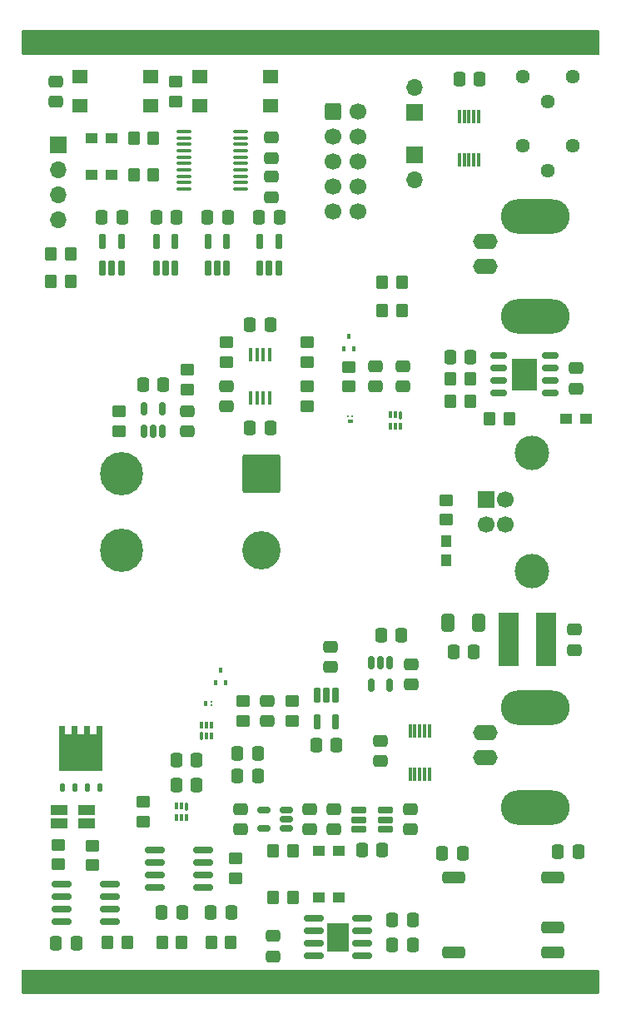
<source format=gbr>
%TF.GenerationSoftware,KiCad,Pcbnew,8.0.0*%
%TF.CreationDate,2024-10-10T18:55:31+02:00*%
%TF.ProjectId,Profiler energetyczny urz_dze_ IoT,50726f66-696c-4657-9220-656e65726765,rev?*%
%TF.SameCoordinates,Original*%
%TF.FileFunction,Soldermask,Top*%
%TF.FilePolarity,Negative*%
%FSLAX46Y46*%
G04 Gerber Fmt 4.6, Leading zero omitted, Abs format (unit mm)*
G04 Created by KiCad (PCBNEW 8.0.0) date 2024-10-10 18:55:31*
%MOMM*%
%LPD*%
G01*
G04 APERTURE LIST*
G04 Aperture macros list*
%AMRoundRect*
0 Rectangle with rounded corners*
0 $1 Rounding radius*
0 $2 $3 $4 $5 $6 $7 $8 $9 X,Y pos of 4 corners*
0 Add a 4 corners polygon primitive as box body*
4,1,4,$2,$3,$4,$5,$6,$7,$8,$9,$2,$3,0*
0 Add four circle primitives for the rounded corners*
1,1,$1+$1,$2,$3*
1,1,$1+$1,$4,$5*
1,1,$1+$1,$6,$7*
1,1,$1+$1,$8,$9*
0 Add four rect primitives between the rounded corners*
20,1,$1+$1,$2,$3,$4,$5,0*
20,1,$1+$1,$4,$5,$6,$7,0*
20,1,$1+$1,$6,$7,$8,$9,0*
20,1,$1+$1,$8,$9,$2,$3,0*%
%AMFreePoly0*
4,1,17,2.675000,1.605000,1.875000,1.605000,1.875000,0.935000,2.675000,0.935000,2.675000,0.335000,1.875000,0.335000,1.875000,-0.335000,2.675000,-0.335000,2.675000,-0.935000,1.875000,-0.935000,1.875000,-1.605000,2.675000,-1.605000,2.675000,-2.205000,-1.875000,-2.205000,-1.875000,2.205000,2.675000,2.205000,2.675000,1.605000,2.675000,1.605000,$1*%
G04 Aperture macros list end*
%ADD10RoundRect,0.250000X-0.337500X-0.475000X0.337500X-0.475000X0.337500X0.475000X-0.337500X0.475000X0*%
%ADD11RoundRect,0.250000X-0.350000X-0.450000X0.350000X-0.450000X0.350000X0.450000X-0.350000X0.450000X0*%
%ADD12RoundRect,0.070000X0.070000X0.355000X-0.070000X0.355000X-0.070000X-0.355000X0.070000X-0.355000X0*%
%ADD13RoundRect,0.070000X0.070000X0.305000X-0.070000X0.305000X-0.070000X-0.305000X0.070000X-0.305000X0*%
%ADD14RoundRect,0.150000X-0.662500X-0.150000X0.662500X-0.150000X0.662500X0.150000X-0.662500X0.150000X0*%
%ADD15R,2.514000X3.200000*%
%ADD16RoundRect,0.250000X0.337500X0.475000X-0.337500X0.475000X-0.337500X-0.475000X0.337500X-0.475000X0*%
%ADD17RoundRect,0.250000X0.475000X-0.337500X0.475000X0.337500X-0.475000X0.337500X-0.475000X-0.337500X0*%
%ADD18RoundRect,0.250000X-0.600000X-0.600000X0.600000X-0.600000X0.600000X0.600000X-0.600000X0.600000X0*%
%ADD19C,1.700000*%
%ADD20R,1.000000X1.200000*%
%ADD21RoundRect,0.100000X-0.100000X0.155000X-0.100000X-0.155000X0.100000X-0.155000X0.100000X0.155000X0*%
%ADD22RoundRect,0.250000X-0.475000X0.337500X-0.475000X-0.337500X0.475000X-0.337500X0.475000X0.337500X0*%
%ADD23RoundRect,0.162500X0.162500X-0.617500X0.162500X0.617500X-0.162500X0.617500X-0.162500X-0.617500X0*%
%ADD24RoundRect,0.250000X0.450000X-0.350000X0.450000X0.350000X-0.450000X0.350000X-0.450000X-0.350000X0*%
%ADD25R,1.700000X1.700000*%
%ADD26O,1.700000X1.700000*%
%ADD27RoundRect,0.300000X0.850000X0.300000X-0.850000X0.300000X-0.850000X-0.300000X0.850000X-0.300000X0*%
%ADD28RoundRect,0.250000X-0.450000X0.350000X-0.450000X-0.350000X0.450000X-0.350000X0.450000X0.350000X0*%
%ADD29C,3.500000*%
%ADD30RoundRect,0.250000X0.350000X0.450000X-0.350000X0.450000X-0.350000X-0.450000X0.350000X-0.450000X0*%
%ADD31R,1.600000X1.400000*%
%ADD32RoundRect,0.150000X0.150000X-0.512500X0.150000X0.512500X-0.150000X0.512500X-0.150000X-0.512500X0*%
%ADD33C,1.440000*%
%ADD34R,1.750000X1.100000*%
%ADD35R,0.215000X0.270000*%
%ADD36R,0.500000X0.320000*%
%ADD37R,1.200000X1.000000*%
%ADD38RoundRect,0.162500X-0.617500X-0.162500X0.617500X-0.162500X0.617500X0.162500X-0.617500X0.162500X0*%
%ADD39RoundRect,0.070000X-0.070000X-0.355000X0.070000X-0.355000X0.070000X0.355000X-0.070000X0.355000X0*%
%ADD40RoundRect,0.070000X-0.070000X-0.305000X0.070000X-0.305000X0.070000X0.305000X-0.070000X0.305000X0*%
%ADD41RoundRect,0.162500X-0.162500X0.617500X-0.162500X-0.617500X0.162500X-0.617500X0.162500X0.617500X0*%
%ADD42C,4.400000*%
%ADD43RoundRect,0.250002X-1.699998X1.699998X-1.699998X-1.699998X1.699998X-1.699998X1.699998X1.699998X0*%
%ADD44C,3.900000*%
%ADD45RoundRect,0.150000X-0.150000X0.512500X-0.150000X-0.512500X0.150000X-0.512500X0.150000X0.512500X0*%
%ADD46R,0.300000X1.400000*%
%ADD47RoundRect,0.100000X-0.637500X-0.100000X0.637500X-0.100000X0.637500X0.100000X-0.637500X0.100000X0*%
%ADD48O,2.500000X1.600000*%
%ADD49O,7.000000X3.500000*%
%ADD50R,0.450000X1.450000*%
%ADD51RoundRect,0.150000X-0.825000X-0.150000X0.825000X-0.150000X0.825000X0.150000X-0.825000X0.150000X0*%
%ADD52R,2.290000X3.000000*%
%ADD53FreePoly0,90.000000*%
%ADD54RoundRect,0.125000X0.125000X-0.300000X0.125000X0.300000X-0.125000X0.300000X-0.125000X-0.300000X0*%
%ADD55RoundRect,0.150000X0.512500X0.150000X-0.512500X0.150000X-0.512500X-0.150000X0.512500X-0.150000X0*%
%ADD56RoundRect,0.250000X0.412500X0.650000X-0.412500X0.650000X-0.412500X-0.650000X0.412500X-0.650000X0*%
%ADD57R,2.150000X5.500000*%
%ADD58R,0.270000X0.215000*%
%ADD59R,0.320000X0.500000*%
G04 APERTURE END LIST*
D10*
%TO.C,C41*%
X113890000Y-84250000D03*
X115965000Y-84250000D03*
%TD*%
D11*
%TO.C,R3*%
X106397500Y-79985000D03*
X108397500Y-79985000D03*
%TD*%
D10*
%TO.C,C18*%
X110725000Y-142000000D03*
X112800000Y-142000000D03*
%TD*%
D12*
%TO.C,U7*%
X111750000Y-144225000D03*
D13*
X111250000Y-144175000D03*
X110750000Y-144175000D03*
X110750000Y-145325000D03*
X111250000Y-145325000D03*
X111750000Y-145325000D03*
%TD*%
D10*
%TO.C,C12*%
X132712500Y-155750000D03*
X134787500Y-155750000D03*
%TD*%
D14*
%TO.C,U4*%
X143500000Y-98345000D03*
X143500000Y-99615000D03*
X143500000Y-100885000D03*
X143500000Y-102155000D03*
X148775000Y-102155000D03*
X148775000Y-100885000D03*
X148775000Y-99615000D03*
X148775000Y-98345000D03*
D15*
X146137500Y-100250000D03*
%TD*%
D11*
%TO.C,R31*%
X131650000Y-93750000D03*
X133650000Y-93750000D03*
%TD*%
D16*
%TO.C,C36*%
X120287500Y-105750000D03*
X118212500Y-105750000D03*
%TD*%
D17*
%TO.C,C3*%
X120387500Y-78237500D03*
X120387500Y-76162500D03*
%TD*%
D18*
%TO.C,U1*%
X126647500Y-73520000D03*
D19*
X129187500Y-73520000D03*
X126647500Y-76060000D03*
X129187500Y-76060000D03*
X126647500Y-78600000D03*
X129187500Y-78600000D03*
X126647500Y-81140000D03*
X129187500Y-81140000D03*
X126647500Y-83680000D03*
X129187500Y-83680000D03*
%TD*%
D17*
%TO.C,C26*%
X111875000Y-106062500D03*
X111875000Y-103987500D03*
%TD*%
D20*
%TO.C,D3*%
X138200000Y-119200000D03*
X138200000Y-117200000D03*
%TD*%
D21*
%TO.C,D7*%
X127750000Y-97645000D03*
X128750000Y-97645000D03*
X128250000Y-96355000D03*
%TD*%
D10*
%TO.C,C35*%
X118212500Y-95250000D03*
X120287500Y-95250000D03*
%TD*%
D11*
%TO.C,R6*%
X138600000Y-100750000D03*
X140600000Y-100750000D03*
%TD*%
D22*
%TO.C,C28*%
X120000000Y-133462500D03*
X120000000Y-135537500D03*
%TD*%
D23*
%TO.C,U18*%
X103227500Y-89450000D03*
X104177500Y-89450000D03*
X105127500Y-89450000D03*
X105127500Y-86750000D03*
X103227500Y-86750000D03*
%TD*%
D16*
%TO.C,C46*%
X151637500Y-148800000D03*
X149562500Y-148800000D03*
%TD*%
D24*
%TO.C,R21*%
X115825000Y-99000000D03*
X115825000Y-97000000D03*
%TD*%
D25*
%TO.C,J3*%
X135000000Y-73610000D03*
D26*
X135000000Y-71070000D03*
%TD*%
D17*
%TO.C,C44*%
X151187500Y-128287500D03*
X151187500Y-126212500D03*
%TD*%
D24*
%TO.C,R19*%
X124075000Y-99000000D03*
X124075000Y-97000000D03*
%TD*%
D27*
%TO.C,U22*%
X149010000Y-159030000D03*
X149010000Y-156490000D03*
X149010000Y-151410000D03*
X138910000Y-151410000D03*
X138910000Y-159030000D03*
%TD*%
D11*
%TO.C,R28*%
X98000000Y-88000000D03*
X100000000Y-88000000D03*
%TD*%
D28*
%TO.C,R12*%
X107400000Y-143750000D03*
X107400000Y-145750000D03*
%TD*%
D10*
%TO.C,C27*%
X116962500Y-138800000D03*
X119037500Y-138800000D03*
%TD*%
%TO.C,C40*%
X119140000Y-84250000D03*
X121215000Y-84250000D03*
%TD*%
D17*
%TO.C,C31*%
X134600000Y-131787500D03*
X134600000Y-129712500D03*
%TD*%
D25*
%TO.C,J1*%
X142222500Y-113000000D03*
D19*
X142222500Y-115500000D03*
X144222500Y-115500000D03*
X144222500Y-113000000D03*
D29*
X146932500Y-108230000D03*
X146932500Y-120270000D03*
%TD*%
D30*
%TO.C,R9*%
X122600000Y-153500000D03*
X120600000Y-153500000D03*
%TD*%
D22*
%TO.C,C2*%
X98427500Y-70462500D03*
X98427500Y-72537500D03*
%TD*%
D31*
%TO.C,SW1*%
X100900000Y-69985000D03*
X108100000Y-69985000D03*
X100900000Y-72985000D03*
X108100000Y-72985000D03*
%TD*%
D32*
%TO.C,U13*%
X107425000Y-106025000D03*
X108375000Y-106025000D03*
X109325000Y-106025000D03*
X109325000Y-103750000D03*
X107425000Y-103750000D03*
%TD*%
D23*
%TO.C,U20*%
X113927500Y-89450000D03*
X114877500Y-89450000D03*
X115827500Y-89450000D03*
X115827500Y-86750000D03*
X113927500Y-86750000D03*
%TD*%
D30*
%TO.C,R8*%
X144600000Y-104800000D03*
X142600000Y-104800000D03*
%TD*%
D33*
%TO.C,RV1*%
X151050000Y-70000000D03*
X148510000Y-72540000D03*
X145970000Y-70000000D03*
%TD*%
D10*
%TO.C,C38*%
X103140000Y-84250000D03*
X105215000Y-84250000D03*
%TD*%
D28*
%TO.C,R16*%
X98750000Y-148095000D03*
X98750000Y-150095000D03*
%TD*%
D25*
%TO.C,J2*%
X135000000Y-77925000D03*
D26*
X135000000Y-80465000D03*
%TD*%
D23*
%TO.C,U19*%
X119227500Y-89450000D03*
X120177500Y-89450000D03*
X121127500Y-89450000D03*
X121127500Y-86750000D03*
X119227500Y-86750000D03*
%TD*%
D17*
%TO.C,C13*%
X124250000Y-146537500D03*
X124250000Y-144462500D03*
%TD*%
D28*
%TO.C,R27*%
X122500000Y-133500000D03*
X122500000Y-135500000D03*
%TD*%
D22*
%TO.C,C6*%
X134500000Y-144462500D03*
X134500000Y-146537500D03*
%TD*%
%TO.C,C16*%
X120600000Y-157362500D03*
X120600000Y-159437500D03*
%TD*%
D24*
%TO.C,R4*%
X138200000Y-115050000D03*
X138200000Y-113050000D03*
%TD*%
D28*
%TO.C,R14*%
X128250000Y-99500000D03*
X128250000Y-101500000D03*
%TD*%
D34*
%TO.C,R32*%
X101575000Y-144550000D03*
X101575000Y-145950000D03*
X98825000Y-145950000D03*
X98825000Y-144550000D03*
%TD*%
D17*
%TO.C,C20*%
X131000000Y-101500000D03*
X131000000Y-99425000D03*
%TD*%
D35*
%TO.C,Q2*%
X128582500Y-104490000D03*
X128217500Y-104490000D03*
D36*
X128400000Y-105000000D03*
%TD*%
D24*
%TO.C,R15*%
X102200000Y-150200000D03*
X102200000Y-148200000D03*
%TD*%
D16*
%TO.C,C7*%
X131687500Y-148607500D03*
X129612500Y-148607500D03*
%TD*%
D22*
%TO.C,C4*%
X120400000Y-80162500D03*
X120400000Y-82237500D03*
%TD*%
D37*
%TO.C,D2*%
X102137500Y-79985000D03*
X104137500Y-79985000D03*
%TD*%
D38*
%TO.C,U3*%
X129300000Y-144600000D03*
X129300000Y-145550000D03*
X129300000Y-146500000D03*
X132000000Y-146500000D03*
X132000000Y-145550000D03*
X132000000Y-144600000D03*
%TD*%
D37*
%TO.C,D5*%
X127250000Y-153500000D03*
X125250000Y-153500000D03*
%TD*%
D10*
%TO.C,C34*%
X109250000Y-155000000D03*
X111325000Y-155000000D03*
%TD*%
D11*
%TO.C,R10*%
X120600000Y-148750000D03*
X122600000Y-148750000D03*
%TD*%
D39*
%TO.C,U12*%
X113300000Y-137025000D03*
D40*
X113800000Y-137075000D03*
X114300000Y-137075000D03*
X114300000Y-135925000D03*
X113800000Y-135925000D03*
X113300000Y-135925000D03*
%TD*%
D16*
%TO.C,C14*%
X140637500Y-98500000D03*
X138562500Y-98500000D03*
%TD*%
D41*
%TO.C,U14*%
X126950000Y-132900000D03*
X126000000Y-132900000D03*
X125050000Y-132900000D03*
X125050000Y-135600000D03*
X126950000Y-135600000D03*
%TD*%
D10*
%TO.C,C19*%
X110725000Y-139500000D03*
X112800000Y-139500000D03*
%TD*%
D42*
%TO.C,J5*%
X105125000Y-110350000D03*
X105125000Y-118150000D03*
D43*
X119400000Y-110350000D03*
D44*
X119400000Y-118150000D03*
%TD*%
D10*
%TO.C,C24*%
X116962500Y-141100000D03*
X119037500Y-141100000D03*
%TD*%
D24*
%TO.C,R17*%
X124075000Y-103500000D03*
X124075000Y-101500000D03*
%TD*%
D37*
%TO.C,D4*%
X152400000Y-104800000D03*
X150400000Y-104800000D03*
%TD*%
D45*
%TO.C,U15*%
X132450000Y-129575000D03*
X131500000Y-129575000D03*
X130550000Y-129575000D03*
X130550000Y-131850000D03*
X132450000Y-131850000D03*
%TD*%
D23*
%TO.C,U17*%
X108715000Y-89450000D03*
X109665000Y-89450000D03*
X110615000Y-89450000D03*
X110615000Y-86750000D03*
X108715000Y-86750000D03*
%TD*%
D46*
%TO.C,U21*%
X141500000Y-74050000D03*
X141000000Y-74050000D03*
X140500000Y-74050000D03*
X140000000Y-74050000D03*
X139500000Y-74050000D03*
X139500000Y-78450000D03*
X140000000Y-78450000D03*
X140500000Y-78450000D03*
X141000000Y-78450000D03*
X141500000Y-78450000D03*
%TD*%
D11*
%TO.C,R22*%
X114287500Y-158000000D03*
X116287500Y-158000000D03*
%TD*%
D37*
%TO.C,D1*%
X102137500Y-76235000D03*
X104137500Y-76235000D03*
%TD*%
D47*
%TO.C,U2*%
X111525000Y-75560000D03*
X111525000Y-76210000D03*
X111525000Y-76860000D03*
X111525000Y-77510000D03*
X111525000Y-78160000D03*
X111525000Y-78810000D03*
X111525000Y-79460000D03*
X111525000Y-80110000D03*
X111525000Y-80760000D03*
X111525000Y-81410000D03*
X117250000Y-81410000D03*
X117250000Y-80760000D03*
X117250000Y-80110000D03*
X117250000Y-79460000D03*
X117250000Y-78810000D03*
X117250000Y-78160000D03*
X117250000Y-77510000D03*
X117250000Y-76860000D03*
X117250000Y-76210000D03*
X117250000Y-75560000D03*
%TD*%
D48*
%TO.C,J7*%
X142170000Y-89250000D03*
D49*
X147250000Y-84170000D03*
D48*
X142170000Y-86710000D03*
D49*
X147250000Y-94330000D03*
%TD*%
D50*
%TO.C,U10*%
X118275000Y-102700000D03*
X118925000Y-102700000D03*
X119575000Y-102700000D03*
X120225000Y-102700000D03*
X120225000Y-98300000D03*
X119575000Y-98300000D03*
X118925000Y-98300000D03*
X118275000Y-98300000D03*
%TD*%
D28*
%TO.C,R1*%
X110637500Y-70500000D03*
X110637500Y-72500000D03*
%TD*%
%TO.C,R26*%
X117500000Y-133500000D03*
X117500000Y-135500000D03*
%TD*%
D51*
%TO.C,U5*%
X124705000Y-155595000D03*
X124705000Y-156865000D03*
X124705000Y-158135000D03*
X124705000Y-159405000D03*
X129655000Y-159405000D03*
X129655000Y-158135000D03*
X129655000Y-156865000D03*
X129655000Y-155595000D03*
D52*
X127180000Y-157500000D03*
%TD*%
D22*
%TO.C,C11*%
X126750000Y-144462500D03*
X126750000Y-146537500D03*
%TD*%
D51*
%TO.C,U11*%
X108525000Y-148595000D03*
X108525000Y-149865000D03*
X108525000Y-151135000D03*
X108525000Y-152405000D03*
X113475000Y-152405000D03*
X113475000Y-151135000D03*
X113475000Y-149865000D03*
X113475000Y-148595000D03*
%TD*%
D17*
%TO.C,C23*%
X115825000Y-103537500D03*
X115825000Y-101462500D03*
%TD*%
D22*
%TO.C,C17*%
X117250000Y-144462500D03*
X117250000Y-146537500D03*
%TD*%
D10*
%TO.C,C15*%
X132712500Y-158250000D03*
X134787500Y-158250000D03*
%TD*%
D11*
%TO.C,R18*%
X103750000Y-158000000D03*
X105750000Y-158000000D03*
%TD*%
D53*
%TO.C,Q1*%
X101050000Y-138750000D03*
D54*
X99145000Y-142300000D03*
X100415000Y-142300000D03*
X101685000Y-142300000D03*
X102955000Y-142300000D03*
%TD*%
D55*
%TO.C,U6*%
X121887500Y-146450000D03*
X121887500Y-145500000D03*
X121887500Y-144550000D03*
X119612500Y-144550000D03*
X119612500Y-146450000D03*
%TD*%
D33*
%TO.C,RV2*%
X151025000Y-77025000D03*
X148485000Y-79565000D03*
X145945000Y-77025000D03*
%TD*%
D48*
%TO.C,J6*%
X142170000Y-139250000D03*
D49*
X147250000Y-134170000D03*
D48*
X142170000Y-136710000D03*
D49*
X147250000Y-144330000D03*
%TD*%
D56*
%TO.C,C1*%
X141500000Y-125500000D03*
X138375000Y-125500000D03*
%TD*%
D17*
%TO.C,C30*%
X126400000Y-130037500D03*
X126400000Y-127962500D03*
%TD*%
D30*
%TO.C,R29*%
X100000000Y-90800000D03*
X98000000Y-90800000D03*
%TD*%
D37*
%TO.C,D6*%
X125250000Y-148750000D03*
X127250000Y-148750000D03*
%TD*%
D10*
%TO.C,C32*%
X131562500Y-126750000D03*
X133637500Y-126750000D03*
%TD*%
D22*
%TO.C,C9*%
X151400000Y-99617500D03*
X151400000Y-101692500D03*
%TD*%
%TO.C,C39*%
X131500000Y-137512500D03*
X131500000Y-139587500D03*
%TD*%
D11*
%TO.C,R2*%
X106397500Y-76235000D03*
X108397500Y-76235000D03*
%TD*%
D21*
%TO.C,D8*%
X114750000Y-131645000D03*
X115750000Y-131645000D03*
X115250000Y-130355000D03*
%TD*%
D10*
%TO.C,C37*%
X108677500Y-84250000D03*
X110752500Y-84250000D03*
%TD*%
D57*
%TO.C,L1*%
X144507500Y-127250000D03*
X148367500Y-127250000D03*
%TD*%
D58*
%TO.C,Q3*%
X114260000Y-133890000D03*
X114260000Y-133525000D03*
D59*
X113750000Y-133707500D03*
%TD*%
D10*
%TO.C,C33*%
X114250000Y-155000000D03*
X116325000Y-155000000D03*
%TD*%
D16*
%TO.C,C29*%
X127037500Y-138000000D03*
X124962500Y-138000000D03*
%TD*%
D10*
%TO.C,C42*%
X139500000Y-70250000D03*
X141575000Y-70250000D03*
%TD*%
D16*
%TO.C,C22*%
X100562500Y-158095000D03*
X98487500Y-158095000D03*
%TD*%
D30*
%TO.C,R20*%
X111287500Y-158000000D03*
X109287500Y-158000000D03*
%TD*%
D10*
%TO.C,C25*%
X107337500Y-101275000D03*
X109412500Y-101275000D03*
%TD*%
D30*
%TO.C,R30*%
X133650000Y-90900000D03*
X131650000Y-90900000D03*
%TD*%
D11*
%TO.C,R7*%
X138600000Y-103000000D03*
X140600000Y-103000000D03*
%TD*%
D24*
%TO.C,R24*%
X116750000Y-151500000D03*
X116750000Y-149500000D03*
%TD*%
D12*
%TO.C,U8*%
X133500000Y-104400000D03*
D13*
X133000000Y-104350000D03*
X132500000Y-104350000D03*
X132500000Y-105500000D03*
X133000000Y-105500000D03*
X133500000Y-105500000D03*
%TD*%
D28*
%TO.C,R23*%
X111875000Y-99775000D03*
X111875000Y-101775000D03*
%TD*%
D17*
%TO.C,C21*%
X133750000Y-101500000D03*
X133750000Y-99425000D03*
%TD*%
D31*
%TO.C,SW2*%
X113150000Y-69947500D03*
X120350000Y-69947500D03*
X113150000Y-72947500D03*
X120350000Y-72947500D03*
%TD*%
D51*
%TO.C,U9*%
X99025000Y-152095000D03*
X99025000Y-153365000D03*
X99025000Y-154635000D03*
X99025000Y-155905000D03*
X103975000Y-155905000D03*
X103975000Y-154635000D03*
X103975000Y-153365000D03*
X103975000Y-152095000D03*
%TD*%
D16*
%TO.C,C45*%
X140975000Y-128500000D03*
X138900000Y-128500000D03*
%TD*%
D46*
%TO.C,U16*%
X136500000Y-136550000D03*
X136000000Y-136550000D03*
X135500000Y-136550000D03*
X135000000Y-136550000D03*
X134500000Y-136550000D03*
X134500000Y-140950000D03*
X135000000Y-140950000D03*
X135500000Y-140950000D03*
X136000000Y-140950000D03*
X136500000Y-140950000D03*
%TD*%
D25*
%TO.C,J4*%
X98702500Y-76950000D03*
D26*
X98702500Y-79490000D03*
X98702500Y-82030000D03*
X98702500Y-84570000D03*
%TD*%
D10*
%TO.C,C43*%
X137762500Y-149000000D03*
X139837500Y-149000000D03*
%TD*%
D28*
%TO.C,R25*%
X104875000Y-104025000D03*
X104875000Y-106025000D03*
%TD*%
G36*
X153693039Y-160819685D02*
G01*
X153738794Y-160872489D01*
X153750000Y-160924000D01*
X153750000Y-163126000D01*
X153730315Y-163193039D01*
X153677511Y-163238794D01*
X153626000Y-163250000D01*
X95124000Y-163250000D01*
X95056961Y-163230315D01*
X95011206Y-163177511D01*
X95000000Y-163126000D01*
X95000000Y-160924000D01*
X95019685Y-160856961D01*
X95072489Y-160811206D01*
X95124000Y-160800000D01*
X153626000Y-160800000D01*
X153693039Y-160819685D01*
G37*
G36*
X153693039Y-65269685D02*
G01*
X153738794Y-65322489D01*
X153750000Y-65374000D01*
X153750000Y-67626000D01*
X153730315Y-67693039D01*
X153677511Y-67738794D01*
X153626000Y-67750000D01*
X95124000Y-67750000D01*
X95056961Y-67730315D01*
X95011206Y-67677511D01*
X95000000Y-67626000D01*
X95000000Y-65374000D01*
X95019685Y-65306961D01*
X95072489Y-65261206D01*
X95124000Y-65250000D01*
X153626000Y-65250000D01*
X153693039Y-65269685D01*
G37*
M02*

</source>
